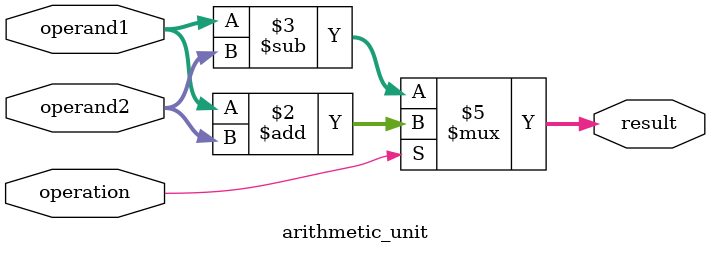
<source format=sv>
module arithmetic_unit(
    input [3:0] operand1,
    input [3:0] operand2,
    input operation,          // 1: Addition, 0: Subtraction
    output reg [3:0] result
);

    always @(*) begin
        if (operation) 
            result = operand1 + operand2;  // Perform addition
        else 
            result = operand1 - operand2;  // Perform subtraction
    end
endmodule

</source>
